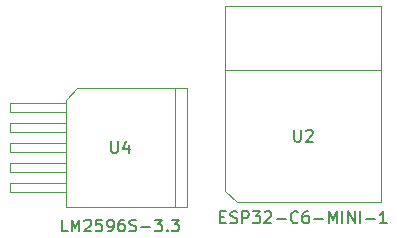
<source format=gbr>
%TF.GenerationSoftware,KiCad,Pcbnew,9.0.1*%
%TF.CreationDate,2025-04-20T22:13:02+08:00*%
%TF.ProjectId,PCB,5043422e-6b69-4636-9164-5f7063625858,rev?*%
%TF.SameCoordinates,Original*%
%TF.FileFunction,AssemblyDrawing,Top*%
%FSLAX46Y46*%
G04 Gerber Fmt 4.6, Leading zero omitted, Abs format (unit mm)*
G04 Created by KiCad (PCBNEW 9.0.1) date 2025-04-20 22:13:02*
%MOMM*%
%LPD*%
G01*
G04 APERTURE LIST*
%ADD10C,0.150000*%
%ADD11C,0.100000*%
G04 APERTURE END LIST*
D10*
X132576191Y-116931009D02*
X132909524Y-116931009D01*
X133052381Y-117454819D02*
X132576191Y-117454819D01*
X132576191Y-117454819D02*
X132576191Y-116454819D01*
X132576191Y-116454819D02*
X133052381Y-116454819D01*
X133433334Y-117407200D02*
X133576191Y-117454819D01*
X133576191Y-117454819D02*
X133814286Y-117454819D01*
X133814286Y-117454819D02*
X133909524Y-117407200D01*
X133909524Y-117407200D02*
X133957143Y-117359580D01*
X133957143Y-117359580D02*
X134004762Y-117264342D01*
X134004762Y-117264342D02*
X134004762Y-117169104D01*
X134004762Y-117169104D02*
X133957143Y-117073866D01*
X133957143Y-117073866D02*
X133909524Y-117026247D01*
X133909524Y-117026247D02*
X133814286Y-116978628D01*
X133814286Y-116978628D02*
X133623810Y-116931009D01*
X133623810Y-116931009D02*
X133528572Y-116883390D01*
X133528572Y-116883390D02*
X133480953Y-116835771D01*
X133480953Y-116835771D02*
X133433334Y-116740533D01*
X133433334Y-116740533D02*
X133433334Y-116645295D01*
X133433334Y-116645295D02*
X133480953Y-116550057D01*
X133480953Y-116550057D02*
X133528572Y-116502438D01*
X133528572Y-116502438D02*
X133623810Y-116454819D01*
X133623810Y-116454819D02*
X133861905Y-116454819D01*
X133861905Y-116454819D02*
X134004762Y-116502438D01*
X134433334Y-117454819D02*
X134433334Y-116454819D01*
X134433334Y-116454819D02*
X134814286Y-116454819D01*
X134814286Y-116454819D02*
X134909524Y-116502438D01*
X134909524Y-116502438D02*
X134957143Y-116550057D01*
X134957143Y-116550057D02*
X135004762Y-116645295D01*
X135004762Y-116645295D02*
X135004762Y-116788152D01*
X135004762Y-116788152D02*
X134957143Y-116883390D01*
X134957143Y-116883390D02*
X134909524Y-116931009D01*
X134909524Y-116931009D02*
X134814286Y-116978628D01*
X134814286Y-116978628D02*
X134433334Y-116978628D01*
X135338096Y-116454819D02*
X135957143Y-116454819D01*
X135957143Y-116454819D02*
X135623810Y-116835771D01*
X135623810Y-116835771D02*
X135766667Y-116835771D01*
X135766667Y-116835771D02*
X135861905Y-116883390D01*
X135861905Y-116883390D02*
X135909524Y-116931009D01*
X135909524Y-116931009D02*
X135957143Y-117026247D01*
X135957143Y-117026247D02*
X135957143Y-117264342D01*
X135957143Y-117264342D02*
X135909524Y-117359580D01*
X135909524Y-117359580D02*
X135861905Y-117407200D01*
X135861905Y-117407200D02*
X135766667Y-117454819D01*
X135766667Y-117454819D02*
X135480953Y-117454819D01*
X135480953Y-117454819D02*
X135385715Y-117407200D01*
X135385715Y-117407200D02*
X135338096Y-117359580D01*
X136338096Y-116550057D02*
X136385715Y-116502438D01*
X136385715Y-116502438D02*
X136480953Y-116454819D01*
X136480953Y-116454819D02*
X136719048Y-116454819D01*
X136719048Y-116454819D02*
X136814286Y-116502438D01*
X136814286Y-116502438D02*
X136861905Y-116550057D01*
X136861905Y-116550057D02*
X136909524Y-116645295D01*
X136909524Y-116645295D02*
X136909524Y-116740533D01*
X136909524Y-116740533D02*
X136861905Y-116883390D01*
X136861905Y-116883390D02*
X136290477Y-117454819D01*
X136290477Y-117454819D02*
X136909524Y-117454819D01*
X137338096Y-117073866D02*
X138100001Y-117073866D01*
X139147619Y-117359580D02*
X139100000Y-117407200D01*
X139100000Y-117407200D02*
X138957143Y-117454819D01*
X138957143Y-117454819D02*
X138861905Y-117454819D01*
X138861905Y-117454819D02*
X138719048Y-117407200D01*
X138719048Y-117407200D02*
X138623810Y-117311961D01*
X138623810Y-117311961D02*
X138576191Y-117216723D01*
X138576191Y-117216723D02*
X138528572Y-117026247D01*
X138528572Y-117026247D02*
X138528572Y-116883390D01*
X138528572Y-116883390D02*
X138576191Y-116692914D01*
X138576191Y-116692914D02*
X138623810Y-116597676D01*
X138623810Y-116597676D02*
X138719048Y-116502438D01*
X138719048Y-116502438D02*
X138861905Y-116454819D01*
X138861905Y-116454819D02*
X138957143Y-116454819D01*
X138957143Y-116454819D02*
X139100000Y-116502438D01*
X139100000Y-116502438D02*
X139147619Y-116550057D01*
X140004762Y-116454819D02*
X139814286Y-116454819D01*
X139814286Y-116454819D02*
X139719048Y-116502438D01*
X139719048Y-116502438D02*
X139671429Y-116550057D01*
X139671429Y-116550057D02*
X139576191Y-116692914D01*
X139576191Y-116692914D02*
X139528572Y-116883390D01*
X139528572Y-116883390D02*
X139528572Y-117264342D01*
X139528572Y-117264342D02*
X139576191Y-117359580D01*
X139576191Y-117359580D02*
X139623810Y-117407200D01*
X139623810Y-117407200D02*
X139719048Y-117454819D01*
X139719048Y-117454819D02*
X139909524Y-117454819D01*
X139909524Y-117454819D02*
X140004762Y-117407200D01*
X140004762Y-117407200D02*
X140052381Y-117359580D01*
X140052381Y-117359580D02*
X140100000Y-117264342D01*
X140100000Y-117264342D02*
X140100000Y-117026247D01*
X140100000Y-117026247D02*
X140052381Y-116931009D01*
X140052381Y-116931009D02*
X140004762Y-116883390D01*
X140004762Y-116883390D02*
X139909524Y-116835771D01*
X139909524Y-116835771D02*
X139719048Y-116835771D01*
X139719048Y-116835771D02*
X139623810Y-116883390D01*
X139623810Y-116883390D02*
X139576191Y-116931009D01*
X139576191Y-116931009D02*
X139528572Y-117026247D01*
X140528572Y-117073866D02*
X141290477Y-117073866D01*
X141766667Y-117454819D02*
X141766667Y-116454819D01*
X141766667Y-116454819D02*
X142100000Y-117169104D01*
X142100000Y-117169104D02*
X142433333Y-116454819D01*
X142433333Y-116454819D02*
X142433333Y-117454819D01*
X142909524Y-117454819D02*
X142909524Y-116454819D01*
X143385714Y-117454819D02*
X143385714Y-116454819D01*
X143385714Y-116454819D02*
X143957142Y-117454819D01*
X143957142Y-117454819D02*
X143957142Y-116454819D01*
X144433333Y-117454819D02*
X144433333Y-116454819D01*
X144909523Y-117073866D02*
X145671428Y-117073866D01*
X146671427Y-117454819D02*
X146099999Y-117454819D01*
X146385713Y-117454819D02*
X146385713Y-116454819D01*
X146385713Y-116454819D02*
X146290475Y-116597676D01*
X146290475Y-116597676D02*
X146195237Y-116692914D01*
X146195237Y-116692914D02*
X146099999Y-116740533D01*
X138838095Y-109554819D02*
X138838095Y-110364342D01*
X138838095Y-110364342D02*
X138885714Y-110459580D01*
X138885714Y-110459580D02*
X138933333Y-110507200D01*
X138933333Y-110507200D02*
X139028571Y-110554819D01*
X139028571Y-110554819D02*
X139219047Y-110554819D01*
X139219047Y-110554819D02*
X139314285Y-110507200D01*
X139314285Y-110507200D02*
X139361904Y-110459580D01*
X139361904Y-110459580D02*
X139409523Y-110364342D01*
X139409523Y-110364342D02*
X139409523Y-109554819D01*
X139838095Y-109650057D02*
X139885714Y-109602438D01*
X139885714Y-109602438D02*
X139980952Y-109554819D01*
X139980952Y-109554819D02*
X140219047Y-109554819D01*
X140219047Y-109554819D02*
X140314285Y-109602438D01*
X140314285Y-109602438D02*
X140361904Y-109650057D01*
X140361904Y-109650057D02*
X140409523Y-109745295D01*
X140409523Y-109745295D02*
X140409523Y-109840533D01*
X140409523Y-109840533D02*
X140361904Y-109983390D01*
X140361904Y-109983390D02*
X139790476Y-110554819D01*
X139790476Y-110554819D02*
X140409523Y-110554819D01*
X119647619Y-118154819D02*
X119171429Y-118154819D01*
X119171429Y-118154819D02*
X119171429Y-117154819D01*
X119980953Y-118154819D02*
X119980953Y-117154819D01*
X119980953Y-117154819D02*
X120314286Y-117869104D01*
X120314286Y-117869104D02*
X120647619Y-117154819D01*
X120647619Y-117154819D02*
X120647619Y-118154819D01*
X121076191Y-117250057D02*
X121123810Y-117202438D01*
X121123810Y-117202438D02*
X121219048Y-117154819D01*
X121219048Y-117154819D02*
X121457143Y-117154819D01*
X121457143Y-117154819D02*
X121552381Y-117202438D01*
X121552381Y-117202438D02*
X121600000Y-117250057D01*
X121600000Y-117250057D02*
X121647619Y-117345295D01*
X121647619Y-117345295D02*
X121647619Y-117440533D01*
X121647619Y-117440533D02*
X121600000Y-117583390D01*
X121600000Y-117583390D02*
X121028572Y-118154819D01*
X121028572Y-118154819D02*
X121647619Y-118154819D01*
X122552381Y-117154819D02*
X122076191Y-117154819D01*
X122076191Y-117154819D02*
X122028572Y-117631009D01*
X122028572Y-117631009D02*
X122076191Y-117583390D01*
X122076191Y-117583390D02*
X122171429Y-117535771D01*
X122171429Y-117535771D02*
X122409524Y-117535771D01*
X122409524Y-117535771D02*
X122504762Y-117583390D01*
X122504762Y-117583390D02*
X122552381Y-117631009D01*
X122552381Y-117631009D02*
X122600000Y-117726247D01*
X122600000Y-117726247D02*
X122600000Y-117964342D01*
X122600000Y-117964342D02*
X122552381Y-118059580D01*
X122552381Y-118059580D02*
X122504762Y-118107200D01*
X122504762Y-118107200D02*
X122409524Y-118154819D01*
X122409524Y-118154819D02*
X122171429Y-118154819D01*
X122171429Y-118154819D02*
X122076191Y-118107200D01*
X122076191Y-118107200D02*
X122028572Y-118059580D01*
X123076191Y-118154819D02*
X123266667Y-118154819D01*
X123266667Y-118154819D02*
X123361905Y-118107200D01*
X123361905Y-118107200D02*
X123409524Y-118059580D01*
X123409524Y-118059580D02*
X123504762Y-117916723D01*
X123504762Y-117916723D02*
X123552381Y-117726247D01*
X123552381Y-117726247D02*
X123552381Y-117345295D01*
X123552381Y-117345295D02*
X123504762Y-117250057D01*
X123504762Y-117250057D02*
X123457143Y-117202438D01*
X123457143Y-117202438D02*
X123361905Y-117154819D01*
X123361905Y-117154819D02*
X123171429Y-117154819D01*
X123171429Y-117154819D02*
X123076191Y-117202438D01*
X123076191Y-117202438D02*
X123028572Y-117250057D01*
X123028572Y-117250057D02*
X122980953Y-117345295D01*
X122980953Y-117345295D02*
X122980953Y-117583390D01*
X122980953Y-117583390D02*
X123028572Y-117678628D01*
X123028572Y-117678628D02*
X123076191Y-117726247D01*
X123076191Y-117726247D02*
X123171429Y-117773866D01*
X123171429Y-117773866D02*
X123361905Y-117773866D01*
X123361905Y-117773866D02*
X123457143Y-117726247D01*
X123457143Y-117726247D02*
X123504762Y-117678628D01*
X123504762Y-117678628D02*
X123552381Y-117583390D01*
X124409524Y-117154819D02*
X124219048Y-117154819D01*
X124219048Y-117154819D02*
X124123810Y-117202438D01*
X124123810Y-117202438D02*
X124076191Y-117250057D01*
X124076191Y-117250057D02*
X123980953Y-117392914D01*
X123980953Y-117392914D02*
X123933334Y-117583390D01*
X123933334Y-117583390D02*
X123933334Y-117964342D01*
X123933334Y-117964342D02*
X123980953Y-118059580D01*
X123980953Y-118059580D02*
X124028572Y-118107200D01*
X124028572Y-118107200D02*
X124123810Y-118154819D01*
X124123810Y-118154819D02*
X124314286Y-118154819D01*
X124314286Y-118154819D02*
X124409524Y-118107200D01*
X124409524Y-118107200D02*
X124457143Y-118059580D01*
X124457143Y-118059580D02*
X124504762Y-117964342D01*
X124504762Y-117964342D02*
X124504762Y-117726247D01*
X124504762Y-117726247D02*
X124457143Y-117631009D01*
X124457143Y-117631009D02*
X124409524Y-117583390D01*
X124409524Y-117583390D02*
X124314286Y-117535771D01*
X124314286Y-117535771D02*
X124123810Y-117535771D01*
X124123810Y-117535771D02*
X124028572Y-117583390D01*
X124028572Y-117583390D02*
X123980953Y-117631009D01*
X123980953Y-117631009D02*
X123933334Y-117726247D01*
X124885715Y-118107200D02*
X125028572Y-118154819D01*
X125028572Y-118154819D02*
X125266667Y-118154819D01*
X125266667Y-118154819D02*
X125361905Y-118107200D01*
X125361905Y-118107200D02*
X125409524Y-118059580D01*
X125409524Y-118059580D02*
X125457143Y-117964342D01*
X125457143Y-117964342D02*
X125457143Y-117869104D01*
X125457143Y-117869104D02*
X125409524Y-117773866D01*
X125409524Y-117773866D02*
X125361905Y-117726247D01*
X125361905Y-117726247D02*
X125266667Y-117678628D01*
X125266667Y-117678628D02*
X125076191Y-117631009D01*
X125076191Y-117631009D02*
X124980953Y-117583390D01*
X124980953Y-117583390D02*
X124933334Y-117535771D01*
X124933334Y-117535771D02*
X124885715Y-117440533D01*
X124885715Y-117440533D02*
X124885715Y-117345295D01*
X124885715Y-117345295D02*
X124933334Y-117250057D01*
X124933334Y-117250057D02*
X124980953Y-117202438D01*
X124980953Y-117202438D02*
X125076191Y-117154819D01*
X125076191Y-117154819D02*
X125314286Y-117154819D01*
X125314286Y-117154819D02*
X125457143Y-117202438D01*
X125885715Y-117773866D02*
X126647620Y-117773866D01*
X127028572Y-117154819D02*
X127647619Y-117154819D01*
X127647619Y-117154819D02*
X127314286Y-117535771D01*
X127314286Y-117535771D02*
X127457143Y-117535771D01*
X127457143Y-117535771D02*
X127552381Y-117583390D01*
X127552381Y-117583390D02*
X127600000Y-117631009D01*
X127600000Y-117631009D02*
X127647619Y-117726247D01*
X127647619Y-117726247D02*
X127647619Y-117964342D01*
X127647619Y-117964342D02*
X127600000Y-118059580D01*
X127600000Y-118059580D02*
X127552381Y-118107200D01*
X127552381Y-118107200D02*
X127457143Y-118154819D01*
X127457143Y-118154819D02*
X127171429Y-118154819D01*
X127171429Y-118154819D02*
X127076191Y-118107200D01*
X127076191Y-118107200D02*
X127028572Y-118059580D01*
X128076191Y-118059580D02*
X128123810Y-118107200D01*
X128123810Y-118107200D02*
X128076191Y-118154819D01*
X128076191Y-118154819D02*
X128028572Y-118107200D01*
X128028572Y-118107200D02*
X128076191Y-118059580D01*
X128076191Y-118059580D02*
X128076191Y-118154819D01*
X128457143Y-117154819D02*
X129076190Y-117154819D01*
X129076190Y-117154819D02*
X128742857Y-117535771D01*
X128742857Y-117535771D02*
X128885714Y-117535771D01*
X128885714Y-117535771D02*
X128980952Y-117583390D01*
X128980952Y-117583390D02*
X129028571Y-117631009D01*
X129028571Y-117631009D02*
X129076190Y-117726247D01*
X129076190Y-117726247D02*
X129076190Y-117964342D01*
X129076190Y-117964342D02*
X129028571Y-118059580D01*
X129028571Y-118059580D02*
X128980952Y-118107200D01*
X128980952Y-118107200D02*
X128885714Y-118154819D01*
X128885714Y-118154819D02*
X128600000Y-118154819D01*
X128600000Y-118154819D02*
X128504762Y-118107200D01*
X128504762Y-118107200D02*
X128457143Y-118059580D01*
X123338095Y-110504819D02*
X123338095Y-111314342D01*
X123338095Y-111314342D02*
X123385714Y-111409580D01*
X123385714Y-111409580D02*
X123433333Y-111457200D01*
X123433333Y-111457200D02*
X123528571Y-111504819D01*
X123528571Y-111504819D02*
X123719047Y-111504819D01*
X123719047Y-111504819D02*
X123814285Y-111457200D01*
X123814285Y-111457200D02*
X123861904Y-111409580D01*
X123861904Y-111409580D02*
X123909523Y-111314342D01*
X123909523Y-111314342D02*
X123909523Y-110504819D01*
X124814285Y-110838152D02*
X124814285Y-111504819D01*
X124576190Y-110457200D02*
X124338095Y-111171485D01*
X124338095Y-111171485D02*
X124957142Y-111171485D01*
D11*
%TO.C,U2*%
X146200000Y-115700000D02*
X134000000Y-115700000D01*
X146200000Y-99100000D02*
X146200000Y-115700000D01*
X134000000Y-115700000D02*
X133000000Y-114700000D01*
X133000000Y-114700000D02*
X133000000Y-99100000D01*
X133000000Y-104500000D02*
X146200000Y-104500000D01*
X133000000Y-99100000D02*
X146200000Y-99100000D01*
%TO.C,U4*%
X114775000Y-107250000D02*
X114775000Y-108050000D01*
X114775000Y-108050000D02*
X119475000Y-108050000D01*
X114775000Y-108950000D02*
X114775000Y-109750000D01*
X114775000Y-109750000D02*
X119475000Y-109750000D01*
X114775000Y-110650000D02*
X114775000Y-111450000D01*
X114775000Y-111450000D02*
X119475000Y-111450000D01*
X114775000Y-112350000D02*
X114775000Y-113150000D01*
X114775000Y-113150000D02*
X119475000Y-113150000D01*
X114775000Y-114050000D02*
X114775000Y-114850000D01*
X114775000Y-114850000D02*
X119475000Y-114850000D01*
X119475000Y-107250000D02*
X114775000Y-107250000D01*
X119475000Y-108950000D02*
X114775000Y-108950000D01*
X119475000Y-110650000D02*
X114775000Y-110650000D01*
X119475000Y-112350000D02*
X114775000Y-112350000D01*
X119475000Y-114050000D02*
X114775000Y-114050000D01*
X128725000Y-106050000D02*
X129725000Y-106050000D01*
X129725000Y-106050000D02*
X129725000Y-116050000D01*
X129725000Y-116050000D02*
X128725000Y-116050000D01*
X128725000Y-116050000D02*
X119475000Y-116050000D01*
X119475000Y-107050000D01*
X120475000Y-106050000D01*
X128725000Y-106050000D01*
X128725000Y-116050000D01*
%TD*%
M02*

</source>
